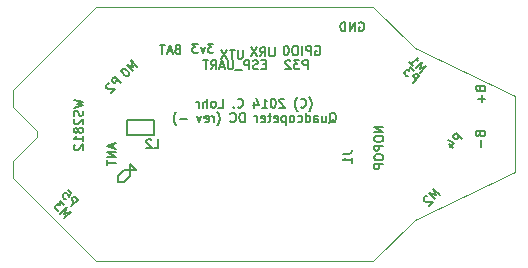
<source format=gbo>
G04 (created by PCBNEW (2013-jul-07)-stable) date Tue 30 Dec 2014 02:21:33 PM EST*
%MOIN*%
G04 Gerber Fmt 3.4, Leading zero omitted, Abs format*
%FSLAX34Y34*%
G01*
G70*
G90*
G04 APERTURE LIST*
%ADD10C,0.00590551*%
%ADD11C,0.00787402*%
%ADD12C,0.006*%
%ADD13C,0.00393701*%
%ADD14C,0.005*%
G04 APERTURE END LIST*
G54D10*
G54D11*
X46800Y-20800D02*
X46600Y-20800D01*
X47000Y-20600D02*
X46800Y-20800D01*
X47000Y-20400D02*
X47000Y-20600D01*
X47200Y-20400D02*
X47000Y-20400D01*
X47000Y-20200D02*
X47200Y-20400D01*
X47000Y-20400D02*
X47000Y-20200D01*
X46800Y-20400D02*
X47000Y-20400D01*
X46600Y-20600D02*
X46800Y-20400D01*
X46600Y-20800D02*
X46600Y-20600D01*
G54D12*
X52975Y-18424D02*
X52989Y-18410D01*
X53018Y-18367D01*
X53032Y-18338D01*
X53047Y-18296D01*
X53061Y-18224D01*
X53061Y-18167D01*
X53047Y-18096D01*
X53032Y-18053D01*
X53018Y-18024D01*
X52989Y-17981D01*
X52975Y-17967D01*
X52689Y-18281D02*
X52704Y-18296D01*
X52747Y-18310D01*
X52775Y-18310D01*
X52818Y-18296D01*
X52847Y-18267D01*
X52861Y-18238D01*
X52875Y-18181D01*
X52875Y-18138D01*
X52861Y-18081D01*
X52847Y-18053D01*
X52818Y-18024D01*
X52775Y-18010D01*
X52747Y-18010D01*
X52704Y-18024D01*
X52689Y-18038D01*
X52589Y-18424D02*
X52575Y-18410D01*
X52547Y-18367D01*
X52532Y-18338D01*
X52518Y-18296D01*
X52504Y-18224D01*
X52504Y-18167D01*
X52518Y-18096D01*
X52532Y-18053D01*
X52547Y-18024D01*
X52575Y-17981D01*
X52589Y-17967D01*
X52147Y-18038D02*
X52132Y-18024D01*
X52104Y-18010D01*
X52032Y-18010D01*
X52004Y-18024D01*
X51989Y-18038D01*
X51975Y-18067D01*
X51975Y-18096D01*
X51989Y-18138D01*
X52161Y-18310D01*
X51975Y-18310D01*
X51789Y-18010D02*
X51761Y-18010D01*
X51732Y-18024D01*
X51718Y-18038D01*
X51704Y-18067D01*
X51689Y-18124D01*
X51689Y-18196D01*
X51704Y-18253D01*
X51718Y-18281D01*
X51732Y-18296D01*
X51761Y-18310D01*
X51789Y-18310D01*
X51818Y-18296D01*
X51832Y-18281D01*
X51847Y-18253D01*
X51861Y-18196D01*
X51861Y-18124D01*
X51847Y-18067D01*
X51832Y-18038D01*
X51818Y-18024D01*
X51789Y-18010D01*
X51404Y-18310D02*
X51575Y-18310D01*
X51489Y-18310D02*
X51489Y-18010D01*
X51518Y-18053D01*
X51547Y-18081D01*
X51575Y-18096D01*
X51147Y-18110D02*
X51147Y-18310D01*
X51218Y-17996D02*
X51289Y-18210D01*
X51104Y-18210D01*
X50589Y-18281D02*
X50604Y-18296D01*
X50647Y-18310D01*
X50675Y-18310D01*
X50718Y-18296D01*
X50747Y-18267D01*
X50761Y-18238D01*
X50775Y-18181D01*
X50775Y-18138D01*
X50761Y-18081D01*
X50747Y-18053D01*
X50718Y-18024D01*
X50675Y-18010D01*
X50647Y-18010D01*
X50604Y-18024D01*
X50589Y-18038D01*
X50461Y-18281D02*
X50447Y-18296D01*
X50461Y-18310D01*
X50475Y-18296D01*
X50461Y-18281D01*
X50461Y-18310D01*
X49947Y-18310D02*
X50089Y-18310D01*
X50089Y-18010D01*
X49804Y-18310D02*
X49832Y-18296D01*
X49847Y-18281D01*
X49861Y-18253D01*
X49861Y-18167D01*
X49847Y-18138D01*
X49832Y-18124D01*
X49804Y-18110D01*
X49761Y-18110D01*
X49732Y-18124D01*
X49718Y-18138D01*
X49704Y-18167D01*
X49704Y-18253D01*
X49718Y-18281D01*
X49732Y-18296D01*
X49761Y-18310D01*
X49804Y-18310D01*
X49575Y-18310D02*
X49575Y-18010D01*
X49447Y-18310D02*
X49447Y-18153D01*
X49461Y-18124D01*
X49489Y-18110D01*
X49532Y-18110D01*
X49561Y-18124D01*
X49575Y-18138D01*
X49304Y-18310D02*
X49304Y-18110D01*
X49304Y-18167D02*
X49289Y-18138D01*
X49275Y-18124D01*
X49247Y-18110D01*
X49218Y-18110D01*
X53654Y-18818D02*
X53682Y-18804D01*
X53711Y-18776D01*
X53754Y-18733D01*
X53782Y-18718D01*
X53811Y-18718D01*
X53797Y-18790D02*
X53825Y-18776D01*
X53854Y-18747D01*
X53868Y-18690D01*
X53868Y-18590D01*
X53854Y-18533D01*
X53825Y-18504D01*
X53797Y-18490D01*
X53739Y-18490D01*
X53711Y-18504D01*
X53682Y-18533D01*
X53668Y-18590D01*
X53668Y-18690D01*
X53682Y-18747D01*
X53711Y-18776D01*
X53739Y-18790D01*
X53797Y-18790D01*
X53411Y-18590D02*
X53411Y-18790D01*
X53539Y-18590D02*
X53539Y-18747D01*
X53525Y-18776D01*
X53497Y-18790D01*
X53454Y-18790D01*
X53425Y-18776D01*
X53411Y-18761D01*
X53139Y-18790D02*
X53139Y-18633D01*
X53154Y-18604D01*
X53182Y-18590D01*
X53239Y-18590D01*
X53268Y-18604D01*
X53139Y-18776D02*
X53168Y-18790D01*
X53239Y-18790D01*
X53268Y-18776D01*
X53282Y-18747D01*
X53282Y-18718D01*
X53268Y-18690D01*
X53239Y-18676D01*
X53168Y-18676D01*
X53139Y-18661D01*
X52868Y-18790D02*
X52868Y-18490D01*
X52868Y-18776D02*
X52897Y-18790D01*
X52954Y-18790D01*
X52982Y-18776D01*
X52997Y-18761D01*
X53011Y-18733D01*
X53011Y-18647D01*
X52997Y-18618D01*
X52982Y-18604D01*
X52954Y-18590D01*
X52897Y-18590D01*
X52868Y-18604D01*
X52597Y-18776D02*
X52625Y-18790D01*
X52682Y-18790D01*
X52711Y-18776D01*
X52725Y-18761D01*
X52739Y-18733D01*
X52739Y-18647D01*
X52725Y-18618D01*
X52711Y-18604D01*
X52682Y-18590D01*
X52625Y-18590D01*
X52597Y-18604D01*
X52425Y-18790D02*
X52454Y-18776D01*
X52468Y-18761D01*
X52482Y-18733D01*
X52482Y-18647D01*
X52468Y-18618D01*
X52454Y-18604D01*
X52425Y-18590D01*
X52382Y-18590D01*
X52354Y-18604D01*
X52339Y-18618D01*
X52325Y-18647D01*
X52325Y-18733D01*
X52339Y-18761D01*
X52354Y-18776D01*
X52382Y-18790D01*
X52425Y-18790D01*
X52197Y-18590D02*
X52197Y-18890D01*
X52197Y-18604D02*
X52168Y-18590D01*
X52111Y-18590D01*
X52082Y-18604D01*
X52068Y-18618D01*
X52054Y-18647D01*
X52054Y-18733D01*
X52068Y-18761D01*
X52082Y-18776D01*
X52111Y-18790D01*
X52168Y-18790D01*
X52197Y-18776D01*
X51811Y-18776D02*
X51839Y-18790D01*
X51897Y-18790D01*
X51925Y-18776D01*
X51939Y-18747D01*
X51939Y-18633D01*
X51925Y-18604D01*
X51897Y-18590D01*
X51839Y-18590D01*
X51811Y-18604D01*
X51797Y-18633D01*
X51797Y-18661D01*
X51939Y-18690D01*
X51711Y-18590D02*
X51597Y-18590D01*
X51668Y-18490D02*
X51668Y-18747D01*
X51654Y-18776D01*
X51625Y-18790D01*
X51597Y-18790D01*
X51382Y-18776D02*
X51411Y-18790D01*
X51468Y-18790D01*
X51497Y-18776D01*
X51511Y-18747D01*
X51511Y-18633D01*
X51497Y-18604D01*
X51468Y-18590D01*
X51411Y-18590D01*
X51382Y-18604D01*
X51368Y-18633D01*
X51368Y-18661D01*
X51511Y-18690D01*
X51239Y-18790D02*
X51239Y-18590D01*
X51239Y-18647D02*
X51225Y-18618D01*
X51211Y-18604D01*
X51182Y-18590D01*
X51154Y-18590D01*
X50825Y-18790D02*
X50825Y-18490D01*
X50754Y-18490D01*
X50711Y-18504D01*
X50682Y-18533D01*
X50668Y-18561D01*
X50654Y-18618D01*
X50654Y-18661D01*
X50668Y-18718D01*
X50682Y-18747D01*
X50711Y-18776D01*
X50754Y-18790D01*
X50825Y-18790D01*
X50354Y-18761D02*
X50368Y-18776D01*
X50411Y-18790D01*
X50439Y-18790D01*
X50482Y-18776D01*
X50511Y-18747D01*
X50525Y-18718D01*
X50539Y-18661D01*
X50539Y-18618D01*
X50525Y-18561D01*
X50511Y-18533D01*
X50482Y-18504D01*
X50439Y-18490D01*
X50411Y-18490D01*
X50368Y-18504D01*
X50354Y-18518D01*
X49911Y-18904D02*
X49925Y-18890D01*
X49954Y-18847D01*
X49968Y-18818D01*
X49982Y-18776D01*
X49997Y-18704D01*
X49997Y-18647D01*
X49982Y-18576D01*
X49968Y-18533D01*
X49954Y-18504D01*
X49925Y-18461D01*
X49911Y-18447D01*
X49797Y-18790D02*
X49797Y-18590D01*
X49797Y-18647D02*
X49782Y-18618D01*
X49768Y-18604D01*
X49739Y-18590D01*
X49711Y-18590D01*
X49497Y-18776D02*
X49525Y-18790D01*
X49582Y-18790D01*
X49611Y-18776D01*
X49625Y-18747D01*
X49625Y-18633D01*
X49611Y-18604D01*
X49582Y-18590D01*
X49525Y-18590D01*
X49497Y-18604D01*
X49482Y-18633D01*
X49482Y-18661D01*
X49625Y-18690D01*
X49382Y-18590D02*
X49311Y-18790D01*
X49239Y-18590D01*
X48897Y-18676D02*
X48668Y-18676D01*
X48554Y-18904D02*
X48539Y-18890D01*
X48511Y-18847D01*
X48497Y-18818D01*
X48482Y-18776D01*
X48468Y-18704D01*
X48468Y-18647D01*
X48482Y-18576D01*
X48497Y-18533D01*
X48511Y-18504D01*
X48539Y-18461D01*
X48554Y-18447D01*
X54638Y-15475D02*
X54666Y-15461D01*
X54709Y-15461D01*
X54752Y-15475D01*
X54780Y-15504D01*
X54795Y-15532D01*
X54809Y-15589D01*
X54809Y-15632D01*
X54795Y-15689D01*
X54780Y-15718D01*
X54752Y-15746D01*
X54709Y-15761D01*
X54680Y-15761D01*
X54638Y-15746D01*
X54623Y-15732D01*
X54623Y-15632D01*
X54680Y-15632D01*
X54495Y-15761D02*
X54495Y-15461D01*
X54323Y-15761D01*
X54323Y-15461D01*
X54180Y-15761D02*
X54180Y-15461D01*
X54109Y-15461D01*
X54066Y-15475D01*
X54038Y-15504D01*
X54023Y-15532D01*
X54009Y-15589D01*
X54009Y-15632D01*
X54023Y-15689D01*
X54038Y-15718D01*
X54066Y-15746D01*
X54109Y-15761D01*
X54180Y-15761D01*
X53179Y-16272D02*
X53207Y-16258D01*
X53250Y-16258D01*
X53293Y-16272D01*
X53321Y-16301D01*
X53336Y-16329D01*
X53350Y-16387D01*
X53350Y-16429D01*
X53336Y-16487D01*
X53321Y-16515D01*
X53293Y-16544D01*
X53250Y-16558D01*
X53221Y-16558D01*
X53179Y-16544D01*
X53164Y-16529D01*
X53164Y-16429D01*
X53221Y-16429D01*
X53036Y-16558D02*
X53036Y-16258D01*
X52921Y-16258D01*
X52893Y-16272D01*
X52879Y-16287D01*
X52864Y-16315D01*
X52864Y-16358D01*
X52879Y-16387D01*
X52893Y-16401D01*
X52921Y-16415D01*
X53036Y-16415D01*
X52736Y-16558D02*
X52736Y-16258D01*
X52536Y-16258D02*
X52479Y-16258D01*
X52450Y-16272D01*
X52421Y-16301D01*
X52407Y-16358D01*
X52407Y-16458D01*
X52421Y-16515D01*
X52450Y-16544D01*
X52479Y-16558D01*
X52536Y-16558D01*
X52564Y-16544D01*
X52593Y-16515D01*
X52607Y-16458D01*
X52607Y-16358D01*
X52593Y-16301D01*
X52564Y-16272D01*
X52536Y-16258D01*
X52221Y-16258D02*
X52193Y-16258D01*
X52164Y-16272D01*
X52150Y-16287D01*
X52136Y-16315D01*
X52121Y-16372D01*
X52121Y-16444D01*
X52136Y-16501D01*
X52150Y-16529D01*
X52164Y-16544D01*
X52193Y-16558D01*
X52221Y-16558D01*
X52250Y-16544D01*
X52264Y-16529D01*
X52279Y-16501D01*
X52293Y-16444D01*
X52293Y-16372D01*
X52279Y-16315D01*
X52264Y-16287D01*
X52250Y-16272D01*
X52221Y-16258D01*
X51825Y-16307D02*
X51825Y-16550D01*
X51811Y-16579D01*
X51796Y-16593D01*
X51768Y-16607D01*
X51711Y-16607D01*
X51682Y-16593D01*
X51668Y-16579D01*
X51653Y-16550D01*
X51653Y-16307D01*
X51339Y-16607D02*
X51439Y-16464D01*
X51511Y-16607D02*
X51511Y-16307D01*
X51396Y-16307D01*
X51368Y-16321D01*
X51353Y-16336D01*
X51339Y-16364D01*
X51339Y-16407D01*
X51353Y-16436D01*
X51368Y-16450D01*
X51396Y-16464D01*
X51511Y-16464D01*
X51239Y-16307D02*
X51039Y-16607D01*
X51039Y-16307D02*
X51239Y-16607D01*
X50766Y-16386D02*
X50766Y-16629D01*
X50751Y-16657D01*
X50737Y-16672D01*
X50708Y-16686D01*
X50651Y-16686D01*
X50623Y-16672D01*
X50608Y-16657D01*
X50594Y-16629D01*
X50594Y-16386D01*
X50494Y-16386D02*
X50323Y-16386D01*
X50408Y-16686D02*
X50408Y-16386D01*
X50251Y-16386D02*
X50051Y-16686D01*
X50051Y-16386D02*
X50251Y-16686D01*
X49786Y-16179D02*
X49600Y-16179D01*
X49700Y-16293D01*
X49657Y-16293D01*
X49629Y-16308D01*
X49614Y-16322D01*
X49600Y-16351D01*
X49600Y-16422D01*
X49614Y-16451D01*
X49629Y-16465D01*
X49657Y-16479D01*
X49743Y-16479D01*
X49771Y-16465D01*
X49786Y-16451D01*
X49500Y-16279D02*
X49429Y-16479D01*
X49357Y-16279D01*
X49271Y-16179D02*
X49086Y-16179D01*
X49186Y-16293D01*
X49143Y-16293D01*
X49114Y-16308D01*
X49100Y-16322D01*
X49086Y-16351D01*
X49086Y-16422D01*
X49100Y-16451D01*
X49114Y-16465D01*
X49143Y-16479D01*
X49229Y-16479D01*
X49257Y-16465D01*
X49271Y-16451D01*
X48587Y-16352D02*
X48544Y-16366D01*
X48530Y-16380D01*
X48516Y-16409D01*
X48516Y-16452D01*
X48530Y-16480D01*
X48544Y-16494D01*
X48573Y-16509D01*
X48687Y-16509D01*
X48687Y-16209D01*
X48587Y-16209D01*
X48558Y-16223D01*
X48544Y-16237D01*
X48530Y-16266D01*
X48530Y-16294D01*
X48544Y-16323D01*
X48558Y-16337D01*
X48587Y-16352D01*
X48687Y-16352D01*
X48401Y-16423D02*
X48258Y-16423D01*
X48430Y-16509D02*
X48330Y-16209D01*
X48230Y-16509D01*
X48173Y-16209D02*
X48001Y-16209D01*
X48087Y-16509D02*
X48087Y-16209D01*
G54D13*
X55118Y-14960D02*
X45866Y-14960D01*
X55118Y-23425D02*
X45866Y-23425D01*
X56496Y-16338D02*
X59842Y-17913D01*
X55118Y-14960D02*
X56496Y-16338D01*
X56496Y-22047D02*
X59842Y-20472D01*
X55118Y-23425D02*
X56496Y-22047D01*
X45866Y-14960D02*
X43110Y-17716D01*
X45866Y-23425D02*
X43110Y-20669D01*
X59842Y-20275D02*
X59842Y-20472D01*
X59842Y-17913D02*
X59842Y-20275D01*
X43897Y-19291D02*
X43897Y-19094D01*
X43110Y-20078D02*
X43897Y-19291D01*
X43110Y-20669D02*
X43110Y-20078D01*
X43110Y-17716D02*
X43110Y-18307D01*
X43897Y-19094D02*
X43110Y-18307D01*
G54D14*
X46917Y-19234D02*
X47817Y-19234D01*
X47817Y-19234D02*
X47817Y-18734D01*
X47817Y-18734D02*
X46917Y-18734D01*
X46917Y-18734D02*
X46917Y-19234D01*
G54D12*
X47805Y-19668D02*
X47948Y-19668D01*
X47948Y-19368D01*
X47720Y-19397D02*
X47705Y-19382D01*
X47677Y-19368D01*
X47605Y-19368D01*
X47577Y-19382D01*
X47563Y-19397D01*
X47548Y-19425D01*
X47548Y-19454D01*
X47563Y-19497D01*
X47734Y-19668D01*
X47548Y-19668D01*
X54095Y-19852D02*
X54309Y-19852D01*
X54352Y-19837D01*
X54380Y-19809D01*
X54395Y-19766D01*
X54395Y-19737D01*
X54395Y-20152D02*
X54395Y-19980D01*
X54395Y-20066D02*
X54095Y-20066D01*
X54137Y-20037D01*
X54166Y-20009D01*
X54180Y-19980D01*
X55445Y-18952D02*
X55145Y-18952D01*
X55445Y-19123D01*
X55145Y-19123D01*
X55145Y-19323D02*
X55145Y-19380D01*
X55159Y-19409D01*
X55187Y-19437D01*
X55245Y-19452D01*
X55345Y-19452D01*
X55402Y-19437D01*
X55430Y-19409D01*
X55445Y-19380D01*
X55445Y-19323D01*
X55430Y-19294D01*
X55402Y-19266D01*
X55345Y-19252D01*
X55245Y-19252D01*
X55187Y-19266D01*
X55159Y-19294D01*
X55145Y-19323D01*
X55445Y-19580D02*
X55145Y-19580D01*
X55145Y-19694D01*
X55159Y-19723D01*
X55173Y-19737D01*
X55202Y-19752D01*
X55245Y-19752D01*
X55273Y-19737D01*
X55287Y-19723D01*
X55302Y-19694D01*
X55302Y-19580D01*
X55145Y-19937D02*
X55145Y-19994D01*
X55159Y-20023D01*
X55187Y-20052D01*
X55245Y-20066D01*
X55345Y-20066D01*
X55402Y-20052D01*
X55430Y-20023D01*
X55445Y-19994D01*
X55445Y-19937D01*
X55430Y-19909D01*
X55402Y-19880D01*
X55345Y-19866D01*
X55245Y-19866D01*
X55187Y-19880D01*
X55159Y-19909D01*
X55145Y-19937D01*
X55445Y-20194D02*
X55145Y-20194D01*
X55145Y-20309D01*
X55159Y-20337D01*
X55173Y-20352D01*
X55202Y-20366D01*
X55245Y-20366D01*
X55273Y-20352D01*
X55287Y-20337D01*
X55302Y-20309D01*
X55302Y-20194D01*
X52923Y-17030D02*
X52923Y-16730D01*
X52809Y-16730D01*
X52780Y-16745D01*
X52766Y-16759D01*
X52751Y-16788D01*
X52751Y-16830D01*
X52766Y-16859D01*
X52780Y-16873D01*
X52809Y-16888D01*
X52923Y-16888D01*
X52651Y-16730D02*
X52466Y-16730D01*
X52566Y-16845D01*
X52523Y-16845D01*
X52494Y-16859D01*
X52480Y-16873D01*
X52466Y-16902D01*
X52466Y-16973D01*
X52480Y-17002D01*
X52494Y-17016D01*
X52523Y-17030D01*
X52609Y-17030D01*
X52637Y-17016D01*
X52651Y-17002D01*
X52351Y-16759D02*
X52337Y-16745D01*
X52309Y-16730D01*
X52237Y-16730D01*
X52209Y-16745D01*
X52194Y-16759D01*
X52180Y-16788D01*
X52180Y-16816D01*
X52194Y-16859D01*
X52366Y-17030D01*
X52180Y-17030D01*
X51523Y-16873D02*
X51423Y-16873D01*
X51380Y-17030D02*
X51523Y-17030D01*
X51523Y-16730D01*
X51380Y-16730D01*
X51266Y-17016D02*
X51223Y-17030D01*
X51151Y-17030D01*
X51123Y-17016D01*
X51109Y-17002D01*
X51094Y-16973D01*
X51094Y-16945D01*
X51109Y-16916D01*
X51123Y-16902D01*
X51151Y-16888D01*
X51209Y-16873D01*
X51237Y-16859D01*
X51251Y-16845D01*
X51266Y-16816D01*
X51266Y-16788D01*
X51251Y-16759D01*
X51237Y-16745D01*
X51209Y-16730D01*
X51137Y-16730D01*
X51094Y-16745D01*
X50966Y-17030D02*
X50966Y-16730D01*
X50851Y-16730D01*
X50823Y-16745D01*
X50809Y-16759D01*
X50794Y-16788D01*
X50794Y-16830D01*
X50809Y-16859D01*
X50823Y-16873D01*
X50851Y-16888D01*
X50966Y-16888D01*
X50737Y-17059D02*
X50509Y-17059D01*
X50437Y-16730D02*
X50437Y-16973D01*
X50423Y-17002D01*
X50409Y-17016D01*
X50380Y-17030D01*
X50323Y-17030D01*
X50294Y-17016D01*
X50280Y-17002D01*
X50266Y-16973D01*
X50266Y-16730D01*
X50137Y-16945D02*
X49994Y-16945D01*
X50166Y-17030D02*
X50066Y-16730D01*
X49966Y-17030D01*
X49694Y-17030D02*
X49794Y-16888D01*
X49866Y-17030D02*
X49866Y-16730D01*
X49751Y-16730D01*
X49723Y-16745D01*
X49709Y-16759D01*
X49694Y-16788D01*
X49694Y-16830D01*
X49709Y-16859D01*
X49723Y-16873D01*
X49751Y-16888D01*
X49866Y-16888D01*
X49609Y-16730D02*
X49437Y-16730D01*
X49523Y-17030D02*
X49523Y-16730D01*
X46453Y-19519D02*
X46453Y-19662D01*
X46538Y-19490D02*
X46238Y-19590D01*
X46538Y-19690D01*
X46538Y-19790D02*
X46238Y-19790D01*
X46538Y-19962D01*
X46238Y-19962D01*
X46238Y-20062D02*
X46238Y-20233D01*
X46538Y-20147D02*
X46238Y-20147D01*
X46700Y-17490D02*
X46488Y-17278D01*
X46407Y-17358D01*
X46397Y-17389D01*
X46397Y-17409D01*
X46407Y-17439D01*
X46437Y-17470D01*
X46467Y-17480D01*
X46488Y-17480D01*
X46518Y-17470D01*
X46599Y-17389D01*
X46306Y-17500D02*
X46286Y-17500D01*
X46255Y-17510D01*
X46205Y-17560D01*
X46195Y-17591D01*
X46195Y-17611D01*
X46205Y-17641D01*
X46225Y-17661D01*
X46265Y-17682D01*
X46508Y-17682D01*
X46377Y-17813D01*
X47243Y-16950D02*
X47031Y-16738D01*
X47112Y-16960D01*
X46889Y-16879D01*
X47101Y-17091D01*
X46748Y-17021D02*
X46728Y-17041D01*
X46718Y-17071D01*
X46718Y-17091D01*
X46728Y-17122D01*
X46758Y-17172D01*
X46809Y-17223D01*
X46859Y-17253D01*
X46889Y-17263D01*
X46910Y-17263D01*
X46940Y-17253D01*
X46960Y-17233D01*
X46970Y-17202D01*
X46970Y-17182D01*
X46960Y-17152D01*
X46930Y-17101D01*
X46879Y-17051D01*
X46829Y-17021D01*
X46798Y-17010D01*
X46778Y-17010D01*
X46748Y-17021D01*
X56438Y-17486D02*
X56650Y-17274D01*
X56570Y-17193D01*
X56539Y-17183D01*
X56519Y-17183D01*
X56489Y-17193D01*
X56459Y-17223D01*
X56448Y-17254D01*
X56448Y-17274D01*
X56459Y-17304D01*
X56539Y-17385D01*
X56459Y-17082D02*
X56327Y-16951D01*
X56317Y-17102D01*
X56287Y-17072D01*
X56256Y-17062D01*
X56236Y-17062D01*
X56206Y-17072D01*
X56155Y-17122D01*
X56145Y-17153D01*
X56145Y-17173D01*
X56155Y-17203D01*
X56216Y-17264D01*
X56246Y-17274D01*
X56267Y-17274D01*
X56670Y-17147D02*
X56882Y-16935D01*
X56660Y-17016D01*
X56741Y-16793D01*
X56529Y-17005D01*
X56316Y-16793D02*
X56438Y-16915D01*
X56377Y-16854D02*
X56589Y-16642D01*
X56579Y-16692D01*
X56579Y-16733D01*
X56589Y-16763D01*
X58086Y-19368D02*
X57874Y-19156D01*
X57793Y-19236D01*
X57783Y-19267D01*
X57783Y-19287D01*
X57793Y-19317D01*
X57824Y-19348D01*
X57854Y-19358D01*
X57874Y-19358D01*
X57905Y-19348D01*
X57985Y-19267D01*
X57642Y-19529D02*
X57783Y-19671D01*
X57612Y-19398D02*
X57814Y-19499D01*
X57682Y-19630D01*
X57324Y-21223D02*
X57112Y-21011D01*
X57193Y-21233D01*
X56970Y-21152D01*
X57183Y-21364D01*
X56900Y-21263D02*
X56880Y-21263D01*
X56849Y-21273D01*
X56799Y-21324D01*
X56789Y-21354D01*
X56789Y-21374D01*
X56799Y-21405D01*
X56819Y-21425D01*
X56859Y-21445D01*
X57102Y-21445D01*
X56970Y-21576D01*
X45049Y-21588D02*
X45261Y-21376D01*
X45180Y-21295D01*
X45150Y-21285D01*
X45130Y-21285D01*
X45099Y-21295D01*
X45069Y-21325D01*
X45059Y-21356D01*
X45059Y-21376D01*
X45069Y-21406D01*
X45150Y-21487D01*
X44948Y-21063D02*
X45049Y-21164D01*
X44958Y-21275D01*
X44958Y-21255D01*
X44948Y-21224D01*
X44897Y-21174D01*
X44867Y-21164D01*
X44847Y-21164D01*
X44817Y-21174D01*
X44766Y-21224D01*
X44756Y-21255D01*
X44756Y-21275D01*
X44766Y-21305D01*
X44817Y-21356D01*
X44847Y-21366D01*
X44867Y-21366D01*
X44818Y-21987D02*
X45030Y-21775D01*
X44808Y-21856D01*
X44889Y-21633D01*
X44677Y-21846D01*
X44808Y-21553D02*
X44677Y-21421D01*
X44667Y-21573D01*
X44636Y-21543D01*
X44606Y-21532D01*
X44586Y-21532D01*
X44555Y-21543D01*
X44505Y-21593D01*
X44495Y-21623D01*
X44495Y-21644D01*
X44505Y-21674D01*
X44566Y-21734D01*
X44596Y-21745D01*
X44616Y-21745D01*
X58665Y-19195D02*
X58679Y-19238D01*
X58693Y-19253D01*
X58722Y-19267D01*
X58765Y-19267D01*
X58793Y-19253D01*
X58807Y-19238D01*
X58822Y-19210D01*
X58822Y-19095D01*
X58522Y-19095D01*
X58522Y-19195D01*
X58536Y-19224D01*
X58550Y-19238D01*
X58579Y-19253D01*
X58607Y-19253D01*
X58636Y-19238D01*
X58650Y-19224D01*
X58665Y-19195D01*
X58665Y-19095D01*
X58707Y-19395D02*
X58707Y-19624D01*
X58684Y-17699D02*
X58699Y-17742D01*
X58713Y-17757D01*
X58741Y-17771D01*
X58784Y-17771D01*
X58813Y-17757D01*
X58827Y-17742D01*
X58841Y-17714D01*
X58841Y-17599D01*
X58541Y-17599D01*
X58541Y-17699D01*
X58556Y-17728D01*
X58570Y-17742D01*
X58599Y-17757D01*
X58627Y-17757D01*
X58656Y-17742D01*
X58670Y-17728D01*
X58684Y-17699D01*
X58684Y-17599D01*
X58727Y-17899D02*
X58727Y-18128D01*
X58841Y-18014D02*
X58613Y-18014D01*
X45136Y-18054D02*
X45436Y-18126D01*
X45222Y-18183D01*
X45436Y-18240D01*
X45136Y-18311D01*
X45422Y-18411D02*
X45436Y-18454D01*
X45436Y-18526D01*
X45422Y-18554D01*
X45407Y-18569D01*
X45379Y-18583D01*
X45350Y-18583D01*
X45322Y-18569D01*
X45307Y-18554D01*
X45293Y-18526D01*
X45279Y-18469D01*
X45264Y-18440D01*
X45250Y-18426D01*
X45222Y-18411D01*
X45193Y-18411D01*
X45164Y-18426D01*
X45150Y-18440D01*
X45136Y-18469D01*
X45136Y-18540D01*
X45150Y-18583D01*
X45164Y-18697D02*
X45150Y-18711D01*
X45136Y-18740D01*
X45136Y-18811D01*
X45150Y-18840D01*
X45164Y-18854D01*
X45193Y-18869D01*
X45222Y-18869D01*
X45264Y-18854D01*
X45436Y-18683D01*
X45436Y-18869D01*
X45264Y-19040D02*
X45250Y-19011D01*
X45236Y-18997D01*
X45207Y-18983D01*
X45193Y-18983D01*
X45164Y-18997D01*
X45150Y-19011D01*
X45136Y-19040D01*
X45136Y-19097D01*
X45150Y-19126D01*
X45164Y-19140D01*
X45193Y-19154D01*
X45207Y-19154D01*
X45236Y-19140D01*
X45250Y-19126D01*
X45264Y-19097D01*
X45264Y-19040D01*
X45279Y-19011D01*
X45293Y-18997D01*
X45322Y-18983D01*
X45379Y-18983D01*
X45407Y-18997D01*
X45422Y-19011D01*
X45436Y-19040D01*
X45436Y-19097D01*
X45422Y-19126D01*
X45407Y-19140D01*
X45379Y-19154D01*
X45322Y-19154D01*
X45293Y-19140D01*
X45279Y-19126D01*
X45264Y-19097D01*
X45436Y-19440D02*
X45436Y-19269D01*
X45436Y-19354D02*
X45136Y-19354D01*
X45179Y-19326D01*
X45207Y-19297D01*
X45222Y-19269D01*
X45164Y-19554D02*
X45150Y-19569D01*
X45136Y-19597D01*
X45136Y-19669D01*
X45150Y-19697D01*
X45164Y-19711D01*
X45193Y-19726D01*
X45222Y-19726D01*
X45264Y-19711D01*
X45436Y-19540D01*
X45436Y-19726D01*
M02*

</source>
